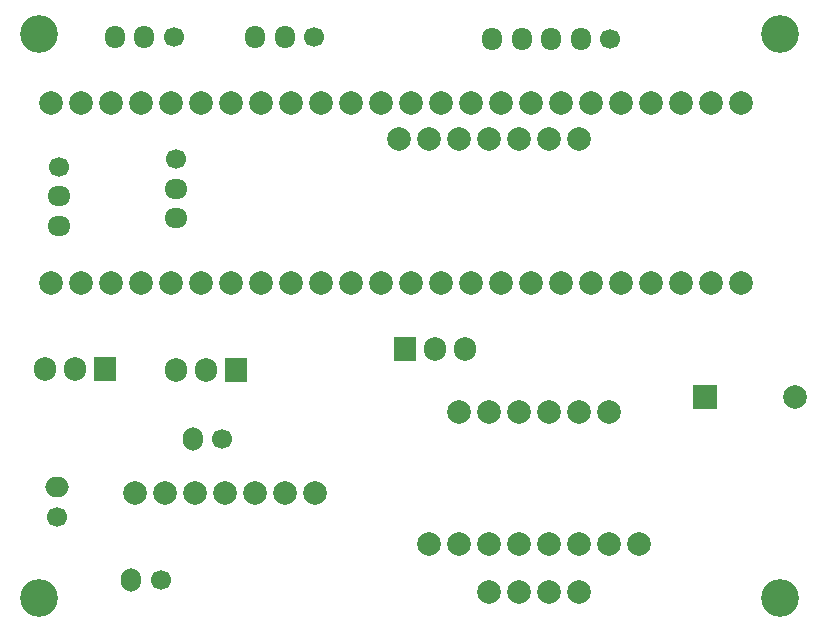
<source format=gbr>
%TF.GenerationSoftware,KiCad,Pcbnew,7.0.6-0*%
%TF.CreationDate,2023-09-30T12:37:56-04:00*%
%TF.ProjectId,UDM PCB,55444d20-5043-4422-9e6b-696361645f70,rev?*%
%TF.SameCoordinates,Original*%
%TF.FileFunction,Soldermask,Bot*%
%TF.FilePolarity,Negative*%
%FSLAX46Y46*%
G04 Gerber Fmt 4.6, Leading zero omitted, Abs format (unit mm)*
G04 Created by KiCad (PCBNEW 7.0.6-0) date 2023-09-30 12:37:56*
%MOMM*%
%LPD*%
G01*
G04 APERTURE LIST*
%ADD10C,3.200000*%
%ADD11R,1.905000X2.000000*%
%ADD12O,1.905000X2.000000*%
%ADD13C,2.000000*%
%ADD14R,2.000000X2.000000*%
%ADD15C,1.700000*%
%ADD16O,1.950000X1.700000*%
%ADD17O,1.700000X1.950000*%
%ADD18O,1.700000X2.000000*%
%ADD19O,2.000000X1.700000*%
G04 APERTURE END LIST*
D10*
%TO.C,H2*%
X159004000Y-132080000D03*
%TD*%
D11*
%TO.C,Q2*%
X189992000Y-110998000D03*
D12*
X192532000Y-110998000D03*
X195072000Y-110998000D03*
%TD*%
D13*
%TO.C,BMP1*%
X167132000Y-123190000D03*
X169672000Y-123190000D03*
X172212000Y-123190000D03*
X174752000Y-123190000D03*
X177292000Y-123190000D03*
X179832000Y-123190000D03*
X182372000Y-123190000D03*
%TD*%
D14*
%TO.C,BZ1*%
X215412000Y-115062000D03*
D13*
X223012000Y-115062000D03*
%TD*%
%TO.C,Teensy4.1*%
X160020000Y-105410000D03*
X162560000Y-105410000D03*
X165100000Y-105410000D03*
X167640000Y-105410000D03*
X170180000Y-105410000D03*
X172720000Y-105410000D03*
X175260000Y-105410000D03*
X177800000Y-105410000D03*
X180340000Y-105410000D03*
X182880000Y-105410000D03*
X185420000Y-105410000D03*
X187960000Y-105410000D03*
X190500000Y-105410000D03*
X193040000Y-105410000D03*
X195580000Y-105410000D03*
X198120000Y-105410000D03*
X200660000Y-105410000D03*
X203200000Y-105410000D03*
X205740000Y-105410000D03*
X208280000Y-105410000D03*
X210820000Y-105410000D03*
X213360000Y-105410000D03*
X215900000Y-105410000D03*
X218440000Y-105410000D03*
X218440000Y-90170000D03*
X215900000Y-90170000D03*
X213360000Y-90170000D03*
X210820000Y-90170000D03*
X208280000Y-90170000D03*
X205740000Y-90170000D03*
X203200000Y-90170000D03*
X200660000Y-90170000D03*
X198120000Y-90170000D03*
X195580000Y-90170000D03*
X193040000Y-90170000D03*
X190500000Y-90170000D03*
X187960000Y-90170000D03*
X185420000Y-90170000D03*
X182880000Y-90170000D03*
X180340000Y-90170000D03*
X177800000Y-90170000D03*
X175260000Y-90170000D03*
X172720000Y-90170000D03*
X170180000Y-90170000D03*
X167640000Y-90170000D03*
X165100000Y-90170000D03*
X162560000Y-90170000D03*
X160020000Y-90170000D03*
%TD*%
%TO.C,BNO1*%
X207264000Y-116332000D03*
X204724000Y-116332000D03*
X202184000Y-116332000D03*
X199644000Y-116332000D03*
X197104000Y-116332000D03*
X194564000Y-116332000D03*
X204724000Y-131572000D03*
X202184000Y-131572000D03*
X199644000Y-131572000D03*
X197104000Y-131572000D03*
%TD*%
D10*
%TO.C,H4*%
X221742000Y-84328000D03*
%TD*%
%TO.C,H3*%
X221742000Y-132080000D03*
%TD*%
%TO.C,H1*%
X159004000Y-84328000D03*
%TD*%
D15*
%TO.C,Nichrome_Connector1*%
X160765000Y-95544000D03*
D16*
X160765000Y-98044000D03*
X160765000Y-100544000D03*
%TD*%
D15*
%TO.C,Nichrome_Connector2*%
X170637200Y-94934400D03*
D16*
X170637200Y-97434400D03*
X170637200Y-99934400D03*
%TD*%
D11*
%TO.C,Voltage_Regulator_5V1*%
X164592000Y-112705000D03*
D12*
X162052000Y-112705000D03*
X159512000Y-112705000D03*
%TD*%
D13*
%TO.C,Sparkfun_NEO-M9N1*%
X204724000Y-93218000D03*
X202184000Y-93218000D03*
X199644000Y-93218000D03*
X197104000Y-93218000D03*
X194564000Y-93218000D03*
X192024000Y-93218000D03*
X189484000Y-93218000D03*
X209804000Y-127508000D03*
X207264000Y-127508000D03*
X204724000Y-127508000D03*
X202184000Y-127508000D03*
X199644000Y-127508000D03*
X197104000Y-127508000D03*
X194564000Y-127508000D03*
X192024000Y-127508000D03*
%TD*%
D15*
%TO.C,Glider_Connection1*%
X207416400Y-84759800D03*
D17*
X204916400Y-84759800D03*
X202416400Y-84759800D03*
X199916400Y-84759800D03*
X197416400Y-84759800D03*
%TD*%
D15*
%TO.C,Servo1*%
X170434000Y-84582000D03*
D17*
X167934000Y-84582000D03*
X165434000Y-84582000D03*
%TD*%
D11*
%TO.C,D1*%
X175742600Y-112776000D03*
D12*
X173202600Y-112776000D03*
X170662600Y-112776000D03*
%TD*%
D15*
%TO.C,Bypass_Switch1*%
X174574200Y-118618000D03*
D18*
X172074200Y-118618000D03*
%TD*%
D15*
%TO.C,Servo2*%
X182332000Y-84565000D03*
D17*
X179832000Y-84565000D03*
X177332000Y-84565000D03*
%TD*%
D15*
%TO.C,Power1*%
X169342000Y-130588000D03*
D18*
X166842000Y-130588000D03*
%TD*%
D15*
%TO.C,PWR_OUT1*%
X160528000Y-125182000D03*
D19*
X160528000Y-122682000D03*
%TD*%
M02*

</source>
